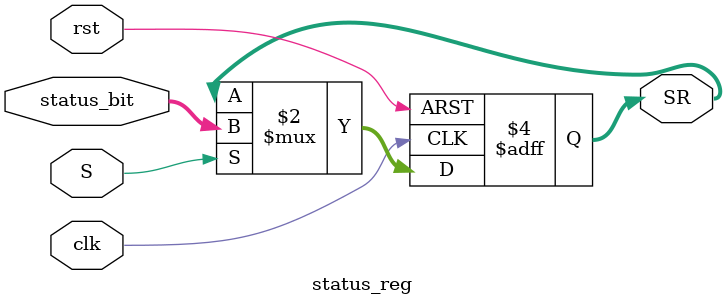
<source format=v>
module status_reg(
	clk,
	rst,
	S,
	status_bit,
	SR
);
	input clk, rst, S;
	input[3:0] status_bit;
	output reg [3:0] SR;

	always@(negedge clk, posedge rst)
	begin
		if(rst)
			SR <= 4'b0;
		else if(S)
			SR <= status_bit;
	end
endmodule
</source>
